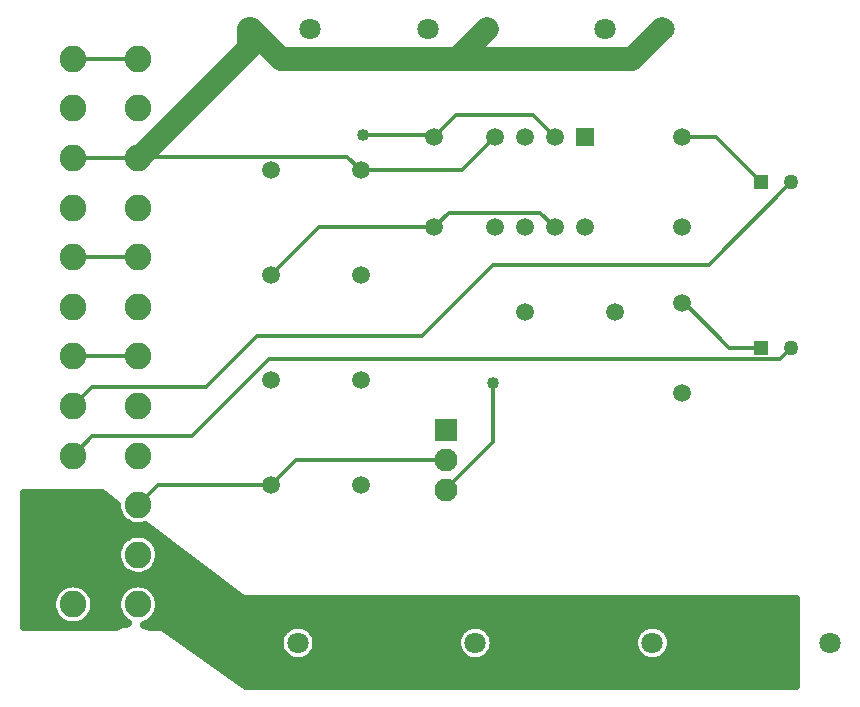
<source format=gbr>
%TF.GenerationSoftware,Novarm,DipTrace,4.0.0.5*%
%TF.CreationDate,2022-05-21T16:57:31-06:00*%
%FSLAX26Y26*%
%MOIN*%
%TF.FileFunction,Copper,L1,Top*%
%TF.Part,Single*%
%TA.AperFunction,Conductor*%
%ADD14C,0.012992*%
%ADD15C,0.07874*%
%ADD16C,0.03937*%
%TA.AperFunction,CopperBalancing*%
%ADD17C,0.025*%
%TA.AperFunction,ComponentPad*%
%ADD18C,0.05*%
%ADD19R,0.05X0.05*%
%ADD21R,0.076378X0.076378*%
%ADD22C,0.076378*%
%ADD23C,0.059055*%
%ADD24C,0.070866*%
%ADD25C,0.088583*%
%ADD26R,0.059055X0.059055*%
%TA.AperFunction,ViaPad*%
%ADD27C,0.04*%
G75*
G01*
%LPD*%
X608661Y884252D2*
D14*
X710236Y782677D1*
X969291D1*
X1161417Y590551D1*
X2342520D2*
X2423425Y671457D1*
X2852165D1*
X2933071Y590551D1*
X1751969D2*
X1832878Y509642D1*
X2261610D1*
X2342520Y590551D1*
X1161417D2*
X1216339Y645472D1*
X1697047D1*
X1751969Y590551D1*
X1267323Y1815354D2*
X1427953Y1975984D1*
X1811024D1*
X825197Y1049606D2*
X890945Y1115354D1*
X1267323D1*
X1811024Y1975984D2*
X1860043Y2025004D1*
X2166335D1*
X2215354Y1975984D1*
X1267323Y1115354D2*
X1351181Y1199213D1*
X1850394D1*
X608661Y2207087D2*
X825197D1*
Y1545669D2*
X608661D1*
X825197Y1876378D2*
X608661D1*
X1567323Y2165354D2*
X1904724D1*
X2015354Y2275984D1*
X825197Y2207087D2*
X827953Y2209843D1*
X1522835D1*
X1567323Y2165354D1*
X1988189Y2637795D2*
D15*
X1887106Y2536713D1*
X2470866D1*
X2570866Y2636713D1*
D14*
Y2645669D1*
X2578740Y2637795D1*
X1200787D2*
D15*
X1301870Y2536713D1*
X1887106D1*
D16*
X1988189Y2637795D1*
X825197Y2207087D2*
D14*
Y2203150D1*
D15*
X1195866Y2573819D1*
Y2637795D1*
D14*
X1200787D1*
X608661Y2537795D2*
X825197D1*
X608661Y1214961D2*
X672441Y1278740D1*
X1003150D1*
X1259843Y1535433D1*
X2963386D1*
X3002756Y1574803D1*
Y2125984D2*
X2727165Y1850394D1*
X2007874D1*
X1771654Y1614173D1*
X1220472D1*
X1050394Y1444094D1*
X672441D1*
X608661Y1380315D1*
X2902756Y2125984D2*
X2752756Y2275984D1*
X2637795D1*
X2215354D2*
X2140350Y2350988D1*
X1886028D1*
X1811024Y2275984D1*
X1574803Y2283465D2*
X1803543D1*
X1811024Y2275984D1*
X2902756Y1574803D2*
X2795276D1*
X2637795Y1732283D1*
Y1724803D1*
X1850394Y1099213D2*
X1847244D1*
X2007874Y1259843D1*
Y1456693D1*
D27*
D3*
D3*
D3*
X1574803Y2283465D3*
X448080Y1064993D2*
D17*
X735159D1*
X448080Y1040125D2*
X753119D1*
X448080Y1015256D2*
X761462D1*
X448080Y990387D2*
X784966D1*
X448080Y965518D2*
X867787D1*
X448080Y940650D2*
X780875D1*
X869522D2*
X900944D1*
X448080Y915781D2*
X759955D1*
X890442D2*
X934101D1*
X448080Y890912D2*
X752797D1*
X897601D2*
X967259D1*
X448080Y866043D2*
X754878D1*
X895520D2*
X1000415D1*
X448080Y841175D2*
X767240D1*
X883139D2*
X1033572D1*
X448080Y816306D2*
X804990D1*
X845408D2*
X1066730D1*
X448080Y791437D2*
X1099886D1*
X448080Y766568D2*
X554608D1*
X662720D2*
X771151D1*
X879247D2*
X1133060D1*
X448080Y741699D2*
X539752D1*
X677577D2*
X756277D1*
X894102D2*
X1166218D1*
X448080Y716831D2*
X535984D1*
X681345D2*
X752509D1*
X897888D2*
X3016496D1*
X448080Y691962D2*
X541312D1*
X675999D2*
X757856D1*
X892542D2*
X3016496D1*
X448080Y667093D2*
X558770D1*
X658559D2*
X775295D1*
X875101D2*
X3016496D1*
X912295Y642224D2*
X1322673D1*
X1393861D2*
X1913238D1*
X1984407D2*
X2503783D1*
X2574954D2*
X3016496D1*
X947104Y617356D2*
X1300568D1*
X1415966D2*
X1891133D1*
X2006512D2*
X2481678D1*
X2597058D2*
X3016496D1*
X981929Y592487D2*
X1294432D1*
X1422102D2*
X1884996D1*
X2012648D2*
X2475542D1*
X2603194D2*
X3016496D1*
X1016736Y567618D2*
X1298864D1*
X1417671D2*
X1889409D1*
X2008235D2*
X2479955D1*
X2598781D2*
X3016496D1*
X1051562Y542749D2*
X1317290D1*
X1399244D2*
X1907854D1*
X1989790D2*
X2498400D1*
X2580336D2*
X3016496D1*
X1086370Y517881D2*
X3016496D1*
X1121196Y493012D2*
X3016496D1*
X1156003Y468143D2*
X3016496D1*
X894814Y875092D2*
X893022Y866084D1*
X890071Y857386D1*
X886009Y849148D1*
X880907Y841510D1*
X874850Y834605D1*
X867946Y828549D1*
X860310Y823445D1*
X852072Y819382D1*
X843375Y816429D1*
X834367Y814636D1*
X825202Y814035D1*
X816037Y814635D1*
X807029Y816427D1*
X798331Y819378D1*
X790093Y823440D1*
X782455Y828542D1*
X775550Y834598D1*
X769493Y841503D1*
X764390Y849139D1*
X760327Y857377D1*
X757374Y866073D1*
X755581Y875081D1*
X754980Y884247D1*
X755580Y893412D1*
X757371Y902420D1*
X760323Y911118D1*
X764385Y919356D1*
X769487Y926993D1*
X775543Y933899D1*
X782448Y939955D1*
X790084Y945059D1*
X798322Y949122D1*
X807018Y952075D1*
X816026Y953867D1*
X825192Y954469D1*
X834357Y953869D1*
X843365Y952077D1*
X852063Y949126D1*
X860301Y945064D1*
X867938Y939962D1*
X874844Y933906D1*
X880900Y927001D1*
X886004Y919365D1*
X890067Y911127D1*
X893020Y902430D1*
X894812Y893423D1*
X895413Y884252D1*
X894814Y875092D1*
X678278Y709738D2*
X676487Y700730D1*
X673535Y692031D1*
X669474Y683794D1*
X664371Y676156D1*
X658315Y669251D1*
X651411Y663194D1*
X643774Y658091D1*
X635537Y654028D1*
X626840Y651075D1*
X617832Y649282D1*
X608667Y648681D1*
X599501Y649281D1*
X590493Y651072D1*
X581795Y654024D1*
X573558Y658085D1*
X565920Y663188D1*
X559014Y669244D1*
X552958Y676148D1*
X547854Y683785D1*
X543791Y692022D1*
X540839Y700719D1*
X539046Y709727D1*
X538445Y718892D1*
X539045Y728058D1*
X540836Y737066D1*
X543787Y745764D1*
X547849Y754001D1*
X552951Y761639D1*
X559008Y768545D1*
X565912Y774601D1*
X573549Y779705D1*
X581786Y783768D1*
X590483Y786720D1*
X599491Y788513D1*
X608656Y789114D1*
X617822Y788514D1*
X626829Y786723D1*
X635528Y783772D1*
X643765Y779710D1*
X651403Y774608D1*
X658308Y768551D1*
X664365Y761647D1*
X669469Y754010D1*
X673531Y745773D1*
X676484Y737076D1*
X678277Y728068D1*
X678878Y718898D1*
X678278Y709738D1*
X1418940Y581399D2*
X1416898Y572458D1*
X1413546Y563923D1*
X1408961Y555980D1*
X1403241Y548812D1*
X1396518Y542575D1*
X1388941Y537409D1*
X1380677Y533432D1*
X1371915Y530730D1*
X1362846Y529364D1*
X1353676Y529365D1*
X1344608Y530732D1*
X1335844Y533437D1*
X1327583Y537417D1*
X1320005Y542584D1*
X1313283Y548823D1*
X1307567Y555992D1*
X1302983Y563936D1*
X1299634Y572472D1*
X1297593Y581413D1*
X1296909Y590558D1*
X1297596Y599703D1*
X1299638Y608644D1*
X1302990Y617180D1*
X1307575Y625122D1*
X1313294Y632290D1*
X1320017Y638528D1*
X1327594Y643693D1*
X1335858Y647671D1*
X1344621Y650373D1*
X1353689Y651739D1*
X1362860Y651738D1*
X1371928Y650370D1*
X1380692Y647665D1*
X1388953Y643685D1*
X1396530Y638518D1*
X1403252Y632280D1*
X1408969Y625110D1*
X1413552Y617167D1*
X1416902Y608630D1*
X1418942Y599689D1*
X1419626Y590551D1*
X1418940Y581399D1*
X2009491D2*
X2007449Y572458D1*
X2004097Y563923D1*
X1999512Y555980D1*
X1993793Y548812D1*
X1987070Y542575D1*
X1979492Y537409D1*
X1971228Y533432D1*
X1962466Y530730D1*
X1953398Y529364D1*
X1944227Y529365D1*
X1935159Y530732D1*
X1926395Y533437D1*
X1918134Y537417D1*
X1910556Y542584D1*
X1903835Y548823D1*
X1898118Y555992D1*
X1893534Y563936D1*
X1890185Y572472D1*
X1888144Y581413D1*
X1887461Y590558D1*
X1888147Y599703D1*
X1890189Y608644D1*
X1893541Y617180D1*
X1898126Y625122D1*
X1903845Y632290D1*
X1910568Y638528D1*
X1918146Y643693D1*
X1926409Y647671D1*
X1935172Y650373D1*
X1944240Y651739D1*
X1953411Y651738D1*
X1962479Y650370D1*
X1971243Y647665D1*
X1979504Y643685D1*
X1987081Y638518D1*
X1993803Y632280D1*
X1999520Y625110D1*
X2004104Y617167D1*
X2007453Y608630D1*
X2009493Y599689D1*
X2010177Y590551D1*
X2009491Y581399D1*
X2600042D2*
X2598000Y572458D1*
X2594648Y563923D1*
X2590063Y555980D1*
X2584344Y548812D1*
X2577621Y542575D1*
X2570043Y537409D1*
X2561780Y533432D1*
X2553017Y530730D1*
X2543949Y529364D1*
X2534778Y529365D1*
X2525710Y530732D1*
X2516946Y533437D1*
X2508685Y537417D1*
X2501108Y542584D1*
X2494386Y548823D1*
X2488669Y555992D1*
X2484085Y563936D1*
X2480736Y572472D1*
X2478696Y581413D1*
X2478012Y590558D1*
X2478698Y599703D1*
X2480740Y608644D1*
X2484092Y617180D1*
X2488677Y625122D1*
X2494396Y632290D1*
X2501119Y638528D1*
X2508697Y643693D1*
X2516961Y647671D1*
X2525723Y650373D1*
X2534791Y651739D1*
X2543962Y651738D1*
X2553030Y650370D1*
X2561794Y647665D1*
X2570055Y643685D1*
X2577633Y638518D1*
X2584354Y632280D1*
X2590071Y625110D1*
X2594655Y617167D1*
X2598004Y608630D1*
X2600045Y599689D1*
X2600728Y590551D1*
X2600042Y581399D1*
X1181114Y735531D2*
X3018996Y735535D1*
X3019001Y445571D1*
X1185114Y445567D1*
X912777Y640093D1*
X910017Y641580D1*
X905500Y642421D1*
X866650Y642420D1*
X863861Y644030D1*
X855573Y647992D1*
X847005Y651301D1*
X845507Y651799D1*
X852072Y654028D1*
X860310Y658091D1*
X867946Y663194D1*
X874850Y669251D1*
X880907Y676156D1*
X886009Y683794D1*
X890071Y692031D1*
X893022Y700730D1*
X894814Y709738D1*
X895413Y718903D1*
X894812Y728068D1*
X893020Y737076D1*
X890067Y745773D1*
X886004Y754010D1*
X880900Y761647D1*
X874844Y768551D1*
X867938Y774608D1*
X860301Y779710D1*
X852063Y783772D1*
X843365Y786723D1*
X834357Y788514D1*
X825192Y789114D1*
X816026Y788513D1*
X807018Y786720D1*
X798322Y783768D1*
X790084Y779705D1*
X782448Y774601D1*
X775543Y768545D1*
X769487Y761639D1*
X764385Y754001D1*
X760323Y745764D1*
X757371Y737066D1*
X755580Y728058D1*
X754980Y718892D1*
X755581Y709727D1*
X757374Y700719D1*
X760327Y692022D1*
X764390Y683785D1*
X769493Y676148D1*
X775550Y669244D1*
X782455Y663188D1*
X790093Y658085D1*
X793029Y656638D1*
X792631Y656589D1*
X783585Y654993D1*
X774690Y652702D1*
X765999Y649728D1*
X757564Y646091D1*
X750518Y642421D1*
X445571Y642419D1*
X445567Y1089862D1*
X704499Y1089860D1*
X755130Y1051883D1*
X754980Y1049601D1*
X755581Y1040436D1*
X757374Y1031428D1*
X760327Y1022731D1*
X764390Y1014493D1*
X769493Y1006857D1*
X775550Y999953D1*
X782455Y993896D1*
X790093Y988794D1*
X798331Y984732D1*
X807029Y981781D1*
X816037Y979990D1*
X825202Y979390D1*
X834367Y979991D1*
X843375Y981783D1*
X846967Y983004D1*
X1173602Y738031D1*
X1176328Y736480D1*
X1181114Y735531D1*
D18*
X3002756Y2125984D3*
D19*
X2902756D3*
D18*
X3002756Y1574803D3*
D19*
X2902756D3*
D21*
X1850394Y1299213D3*
D22*
Y1199213D3*
Y1099213D3*
D23*
X1567323Y2165354D3*
X1267323D3*
X1567323Y1815354D3*
X1267323D3*
X1567323Y1465354D3*
X1267323D3*
X1567323Y1115354D3*
X1267323D3*
X2637795Y2275984D3*
Y1975984D3*
Y1724803D3*
Y1424803D3*
X1811024Y1975984D3*
Y2275984D3*
X2415181Y1692680D3*
X2115181D3*
D24*
X1200787Y2637795D3*
X1397638D3*
X2381890D3*
X2578740D3*
D25*
X825197Y718898D3*
Y884252D3*
Y1049606D3*
Y1214961D3*
Y1380315D3*
Y1545669D3*
Y1711024D3*
Y1876378D3*
Y2041732D3*
Y2207087D3*
Y2372441D3*
Y2537795D3*
X608661D3*
Y2372441D3*
Y2207087D3*
Y2041732D3*
Y1876378D3*
Y1711024D3*
Y1545669D3*
Y1380315D3*
Y1214961D3*
Y1049606D3*
Y884252D3*
Y718898D3*
D24*
X1161417Y590551D3*
X1358268D3*
X1751969D3*
X1948819D3*
X2342520D3*
X2539370D3*
X2933071D3*
X3129921D3*
D26*
X2315354Y2275984D3*
D23*
X2215354D3*
X2115354D3*
X2015354D3*
Y1975984D3*
X2115354D3*
X2215354D3*
X2315354D3*
D24*
X1791339Y2637795D3*
X1988189D3*
M02*

</source>
